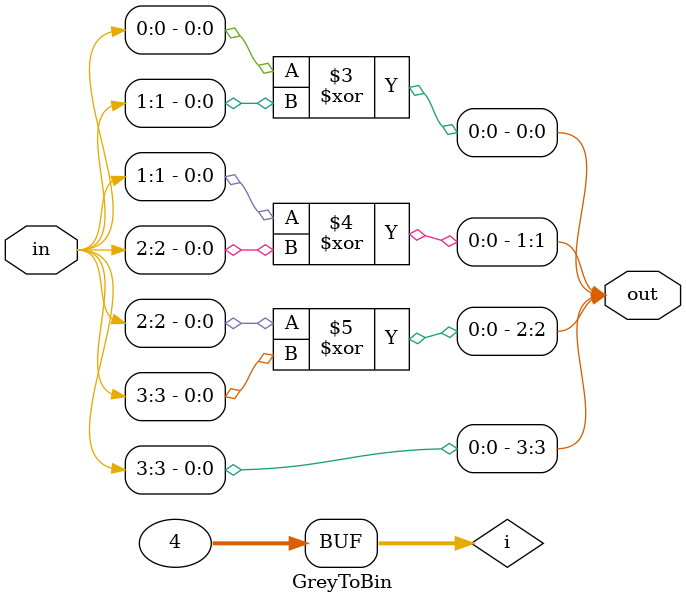
<source format=sv>
module GreyToBin #(parameter Bits = 4) 
(output logic [Bits - 1:0]out,
 input logic [Bits -1:0]in); 

int i;

always_comb
begin 
	for(i = 0; i < Bits; i++)
	begin
		if(i == Bits- 1)			//If MSB
		begin					//MSB of output
			out[i] = in[Bits-1]; 		//equal to MSB of input
		end 
		else 					//Else Output bit 
		begin 					//Equal to current bit XOR
			out[i] = in[i] ^ in[i+1];	//next highest bit 
		end
	end
end

endmodule 
</source>
